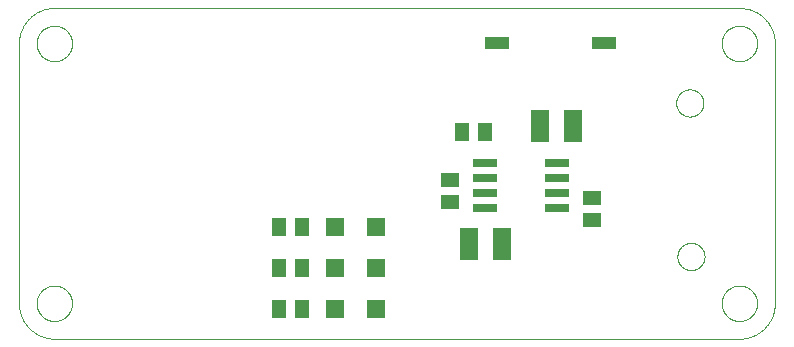
<source format=gtp>
G75*
%MOIN*%
%OFA0B0*%
%FSLAX25Y25*%
%IPPOS*%
%LPD*%
%AMOC8*
5,1,8,0,0,1.08239X$1,22.5*
%
%ADD10C,0.00000*%
%ADD11R,0.06299X0.10630*%
%ADD12R,0.05906X0.05118*%
%ADD13R,0.05906X0.05906*%
%ADD14R,0.05118X0.05906*%
%ADD15R,0.08000X0.02600*%
%ADD16R,0.07900X0.04300*%
D10*
X0065745Y0061101D02*
X0294091Y0061101D01*
X0294376Y0061104D01*
X0294662Y0061115D01*
X0294947Y0061132D01*
X0295231Y0061156D01*
X0295515Y0061187D01*
X0295798Y0061225D01*
X0296079Y0061270D01*
X0296360Y0061321D01*
X0296640Y0061379D01*
X0296918Y0061444D01*
X0297194Y0061516D01*
X0297468Y0061594D01*
X0297741Y0061679D01*
X0298011Y0061771D01*
X0298279Y0061869D01*
X0298545Y0061973D01*
X0298808Y0062084D01*
X0299068Y0062201D01*
X0299326Y0062324D01*
X0299580Y0062454D01*
X0299831Y0062590D01*
X0300079Y0062731D01*
X0300323Y0062879D01*
X0300564Y0063032D01*
X0300800Y0063192D01*
X0301033Y0063357D01*
X0301262Y0063527D01*
X0301487Y0063703D01*
X0301707Y0063885D01*
X0301923Y0064071D01*
X0302134Y0064263D01*
X0302341Y0064460D01*
X0302543Y0064662D01*
X0302740Y0064869D01*
X0302932Y0065080D01*
X0303118Y0065296D01*
X0303300Y0065516D01*
X0303476Y0065741D01*
X0303646Y0065970D01*
X0303811Y0066203D01*
X0303971Y0066439D01*
X0304124Y0066680D01*
X0304272Y0066924D01*
X0304413Y0067172D01*
X0304549Y0067423D01*
X0304679Y0067677D01*
X0304802Y0067935D01*
X0304919Y0068195D01*
X0305030Y0068458D01*
X0305134Y0068724D01*
X0305232Y0068992D01*
X0305324Y0069262D01*
X0305409Y0069535D01*
X0305487Y0069809D01*
X0305559Y0070085D01*
X0305624Y0070363D01*
X0305682Y0070643D01*
X0305733Y0070924D01*
X0305778Y0071205D01*
X0305816Y0071488D01*
X0305847Y0071772D01*
X0305871Y0072056D01*
X0305888Y0072341D01*
X0305899Y0072627D01*
X0305902Y0072912D01*
X0305902Y0159526D01*
X0305902Y0155589D02*
X0305902Y0076849D01*
X0288185Y0072912D02*
X0288187Y0073065D01*
X0288193Y0073219D01*
X0288203Y0073372D01*
X0288217Y0073524D01*
X0288235Y0073677D01*
X0288257Y0073828D01*
X0288282Y0073979D01*
X0288312Y0074130D01*
X0288346Y0074280D01*
X0288383Y0074428D01*
X0288424Y0074576D01*
X0288469Y0074722D01*
X0288518Y0074868D01*
X0288571Y0075012D01*
X0288627Y0075154D01*
X0288687Y0075295D01*
X0288751Y0075435D01*
X0288818Y0075573D01*
X0288889Y0075709D01*
X0288964Y0075843D01*
X0289041Y0075975D01*
X0289123Y0076105D01*
X0289207Y0076233D01*
X0289295Y0076359D01*
X0289386Y0076482D01*
X0289480Y0076603D01*
X0289578Y0076721D01*
X0289678Y0076837D01*
X0289782Y0076950D01*
X0289888Y0077061D01*
X0289997Y0077169D01*
X0290109Y0077274D01*
X0290223Y0077375D01*
X0290341Y0077474D01*
X0290460Y0077570D01*
X0290582Y0077663D01*
X0290707Y0077752D01*
X0290834Y0077839D01*
X0290963Y0077921D01*
X0291094Y0078001D01*
X0291227Y0078077D01*
X0291362Y0078150D01*
X0291499Y0078219D01*
X0291638Y0078284D01*
X0291778Y0078346D01*
X0291920Y0078404D01*
X0292063Y0078459D01*
X0292208Y0078510D01*
X0292354Y0078557D01*
X0292501Y0078600D01*
X0292649Y0078639D01*
X0292798Y0078675D01*
X0292948Y0078706D01*
X0293099Y0078734D01*
X0293250Y0078758D01*
X0293403Y0078778D01*
X0293555Y0078794D01*
X0293708Y0078806D01*
X0293861Y0078814D01*
X0294014Y0078818D01*
X0294168Y0078818D01*
X0294321Y0078814D01*
X0294474Y0078806D01*
X0294627Y0078794D01*
X0294779Y0078778D01*
X0294932Y0078758D01*
X0295083Y0078734D01*
X0295234Y0078706D01*
X0295384Y0078675D01*
X0295533Y0078639D01*
X0295681Y0078600D01*
X0295828Y0078557D01*
X0295974Y0078510D01*
X0296119Y0078459D01*
X0296262Y0078404D01*
X0296404Y0078346D01*
X0296544Y0078284D01*
X0296683Y0078219D01*
X0296820Y0078150D01*
X0296955Y0078077D01*
X0297088Y0078001D01*
X0297219Y0077921D01*
X0297348Y0077839D01*
X0297475Y0077752D01*
X0297600Y0077663D01*
X0297722Y0077570D01*
X0297841Y0077474D01*
X0297959Y0077375D01*
X0298073Y0077274D01*
X0298185Y0077169D01*
X0298294Y0077061D01*
X0298400Y0076950D01*
X0298504Y0076837D01*
X0298604Y0076721D01*
X0298702Y0076603D01*
X0298796Y0076482D01*
X0298887Y0076359D01*
X0298975Y0076233D01*
X0299059Y0076105D01*
X0299141Y0075975D01*
X0299218Y0075843D01*
X0299293Y0075709D01*
X0299364Y0075573D01*
X0299431Y0075435D01*
X0299495Y0075295D01*
X0299555Y0075154D01*
X0299611Y0075012D01*
X0299664Y0074868D01*
X0299713Y0074722D01*
X0299758Y0074576D01*
X0299799Y0074428D01*
X0299836Y0074280D01*
X0299870Y0074130D01*
X0299900Y0073979D01*
X0299925Y0073828D01*
X0299947Y0073677D01*
X0299965Y0073524D01*
X0299979Y0073372D01*
X0299989Y0073219D01*
X0299995Y0073065D01*
X0299997Y0072912D01*
X0299995Y0072759D01*
X0299989Y0072605D01*
X0299979Y0072452D01*
X0299965Y0072300D01*
X0299947Y0072147D01*
X0299925Y0071996D01*
X0299900Y0071845D01*
X0299870Y0071694D01*
X0299836Y0071544D01*
X0299799Y0071396D01*
X0299758Y0071248D01*
X0299713Y0071102D01*
X0299664Y0070956D01*
X0299611Y0070812D01*
X0299555Y0070670D01*
X0299495Y0070529D01*
X0299431Y0070389D01*
X0299364Y0070251D01*
X0299293Y0070115D01*
X0299218Y0069981D01*
X0299141Y0069849D01*
X0299059Y0069719D01*
X0298975Y0069591D01*
X0298887Y0069465D01*
X0298796Y0069342D01*
X0298702Y0069221D01*
X0298604Y0069103D01*
X0298504Y0068987D01*
X0298400Y0068874D01*
X0298294Y0068763D01*
X0298185Y0068655D01*
X0298073Y0068550D01*
X0297959Y0068449D01*
X0297841Y0068350D01*
X0297722Y0068254D01*
X0297600Y0068161D01*
X0297475Y0068072D01*
X0297348Y0067985D01*
X0297219Y0067903D01*
X0297088Y0067823D01*
X0296955Y0067747D01*
X0296820Y0067674D01*
X0296683Y0067605D01*
X0296544Y0067540D01*
X0296404Y0067478D01*
X0296262Y0067420D01*
X0296119Y0067365D01*
X0295974Y0067314D01*
X0295828Y0067267D01*
X0295681Y0067224D01*
X0295533Y0067185D01*
X0295384Y0067149D01*
X0295234Y0067118D01*
X0295083Y0067090D01*
X0294932Y0067066D01*
X0294779Y0067046D01*
X0294627Y0067030D01*
X0294474Y0067018D01*
X0294321Y0067010D01*
X0294168Y0067006D01*
X0294014Y0067006D01*
X0293861Y0067010D01*
X0293708Y0067018D01*
X0293555Y0067030D01*
X0293403Y0067046D01*
X0293250Y0067066D01*
X0293099Y0067090D01*
X0292948Y0067118D01*
X0292798Y0067149D01*
X0292649Y0067185D01*
X0292501Y0067224D01*
X0292354Y0067267D01*
X0292208Y0067314D01*
X0292063Y0067365D01*
X0291920Y0067420D01*
X0291778Y0067478D01*
X0291638Y0067540D01*
X0291499Y0067605D01*
X0291362Y0067674D01*
X0291227Y0067747D01*
X0291094Y0067823D01*
X0290963Y0067903D01*
X0290834Y0067985D01*
X0290707Y0068072D01*
X0290582Y0068161D01*
X0290460Y0068254D01*
X0290341Y0068350D01*
X0290223Y0068449D01*
X0290109Y0068550D01*
X0289997Y0068655D01*
X0289888Y0068763D01*
X0289782Y0068874D01*
X0289678Y0068987D01*
X0289578Y0069103D01*
X0289480Y0069221D01*
X0289386Y0069342D01*
X0289295Y0069465D01*
X0289207Y0069591D01*
X0289123Y0069719D01*
X0289041Y0069849D01*
X0288964Y0069981D01*
X0288889Y0070115D01*
X0288818Y0070251D01*
X0288751Y0070389D01*
X0288687Y0070529D01*
X0288627Y0070670D01*
X0288571Y0070812D01*
X0288518Y0070956D01*
X0288469Y0071102D01*
X0288424Y0071248D01*
X0288383Y0071396D01*
X0288346Y0071544D01*
X0288312Y0071694D01*
X0288282Y0071845D01*
X0288257Y0071996D01*
X0288235Y0072147D01*
X0288217Y0072300D01*
X0288203Y0072452D01*
X0288193Y0072605D01*
X0288187Y0072759D01*
X0288185Y0072912D01*
X0273421Y0088503D02*
X0273423Y0088637D01*
X0273429Y0088771D01*
X0273439Y0088905D01*
X0273453Y0089039D01*
X0273471Y0089172D01*
X0273492Y0089304D01*
X0273518Y0089436D01*
X0273548Y0089567D01*
X0273581Y0089697D01*
X0273618Y0089825D01*
X0273660Y0089953D01*
X0273704Y0090080D01*
X0273753Y0090205D01*
X0273805Y0090328D01*
X0273861Y0090450D01*
X0273921Y0090571D01*
X0273984Y0090689D01*
X0274050Y0090806D01*
X0274120Y0090920D01*
X0274193Y0091033D01*
X0274270Y0091143D01*
X0274350Y0091251D01*
X0274433Y0091356D01*
X0274519Y0091459D01*
X0274608Y0091559D01*
X0274700Y0091657D01*
X0274795Y0091752D01*
X0274893Y0091844D01*
X0274993Y0091933D01*
X0275096Y0092019D01*
X0275201Y0092102D01*
X0275309Y0092182D01*
X0275419Y0092259D01*
X0275532Y0092332D01*
X0275646Y0092402D01*
X0275763Y0092468D01*
X0275881Y0092531D01*
X0276002Y0092591D01*
X0276124Y0092647D01*
X0276247Y0092699D01*
X0276372Y0092748D01*
X0276499Y0092792D01*
X0276627Y0092834D01*
X0276755Y0092871D01*
X0276885Y0092904D01*
X0277016Y0092934D01*
X0277148Y0092960D01*
X0277280Y0092981D01*
X0277413Y0092999D01*
X0277547Y0093013D01*
X0277681Y0093023D01*
X0277815Y0093029D01*
X0277949Y0093031D01*
X0278083Y0093029D01*
X0278217Y0093023D01*
X0278351Y0093013D01*
X0278485Y0092999D01*
X0278618Y0092981D01*
X0278750Y0092960D01*
X0278882Y0092934D01*
X0279013Y0092904D01*
X0279143Y0092871D01*
X0279271Y0092834D01*
X0279399Y0092792D01*
X0279526Y0092748D01*
X0279651Y0092699D01*
X0279774Y0092647D01*
X0279896Y0092591D01*
X0280017Y0092531D01*
X0280135Y0092468D01*
X0280252Y0092402D01*
X0280366Y0092332D01*
X0280479Y0092259D01*
X0280589Y0092182D01*
X0280697Y0092102D01*
X0280802Y0092019D01*
X0280905Y0091933D01*
X0281005Y0091844D01*
X0281103Y0091752D01*
X0281198Y0091657D01*
X0281290Y0091559D01*
X0281379Y0091459D01*
X0281465Y0091356D01*
X0281548Y0091251D01*
X0281628Y0091143D01*
X0281705Y0091033D01*
X0281778Y0090920D01*
X0281848Y0090806D01*
X0281914Y0090689D01*
X0281977Y0090571D01*
X0282037Y0090450D01*
X0282093Y0090328D01*
X0282145Y0090205D01*
X0282194Y0090080D01*
X0282238Y0089953D01*
X0282280Y0089825D01*
X0282317Y0089697D01*
X0282350Y0089567D01*
X0282380Y0089436D01*
X0282406Y0089304D01*
X0282427Y0089172D01*
X0282445Y0089039D01*
X0282459Y0088905D01*
X0282469Y0088771D01*
X0282475Y0088637D01*
X0282477Y0088503D01*
X0282475Y0088369D01*
X0282469Y0088235D01*
X0282459Y0088101D01*
X0282445Y0087967D01*
X0282427Y0087834D01*
X0282406Y0087702D01*
X0282380Y0087570D01*
X0282350Y0087439D01*
X0282317Y0087309D01*
X0282280Y0087181D01*
X0282238Y0087053D01*
X0282194Y0086926D01*
X0282145Y0086801D01*
X0282093Y0086678D01*
X0282037Y0086556D01*
X0281977Y0086435D01*
X0281914Y0086317D01*
X0281848Y0086200D01*
X0281778Y0086086D01*
X0281705Y0085973D01*
X0281628Y0085863D01*
X0281548Y0085755D01*
X0281465Y0085650D01*
X0281379Y0085547D01*
X0281290Y0085447D01*
X0281198Y0085349D01*
X0281103Y0085254D01*
X0281005Y0085162D01*
X0280905Y0085073D01*
X0280802Y0084987D01*
X0280697Y0084904D01*
X0280589Y0084824D01*
X0280479Y0084747D01*
X0280366Y0084674D01*
X0280252Y0084604D01*
X0280135Y0084538D01*
X0280017Y0084475D01*
X0279896Y0084415D01*
X0279774Y0084359D01*
X0279651Y0084307D01*
X0279526Y0084258D01*
X0279399Y0084214D01*
X0279271Y0084172D01*
X0279143Y0084135D01*
X0279013Y0084102D01*
X0278882Y0084072D01*
X0278750Y0084046D01*
X0278618Y0084025D01*
X0278485Y0084007D01*
X0278351Y0083993D01*
X0278217Y0083983D01*
X0278083Y0083977D01*
X0277949Y0083975D01*
X0277815Y0083977D01*
X0277681Y0083983D01*
X0277547Y0083993D01*
X0277413Y0084007D01*
X0277280Y0084025D01*
X0277148Y0084046D01*
X0277016Y0084072D01*
X0276885Y0084102D01*
X0276755Y0084135D01*
X0276627Y0084172D01*
X0276499Y0084214D01*
X0276372Y0084258D01*
X0276247Y0084307D01*
X0276124Y0084359D01*
X0276002Y0084415D01*
X0275881Y0084475D01*
X0275763Y0084538D01*
X0275646Y0084604D01*
X0275532Y0084674D01*
X0275419Y0084747D01*
X0275309Y0084824D01*
X0275201Y0084904D01*
X0275096Y0084987D01*
X0274993Y0085073D01*
X0274893Y0085162D01*
X0274795Y0085254D01*
X0274700Y0085349D01*
X0274608Y0085447D01*
X0274519Y0085547D01*
X0274433Y0085650D01*
X0274350Y0085755D01*
X0274270Y0085863D01*
X0274193Y0085973D01*
X0274120Y0086086D01*
X0274050Y0086200D01*
X0273984Y0086317D01*
X0273921Y0086435D01*
X0273861Y0086556D01*
X0273805Y0086678D01*
X0273753Y0086801D01*
X0273704Y0086926D01*
X0273660Y0087053D01*
X0273618Y0087181D01*
X0273581Y0087309D01*
X0273548Y0087439D01*
X0273518Y0087570D01*
X0273492Y0087702D01*
X0273471Y0087834D01*
X0273453Y0087967D01*
X0273439Y0088101D01*
X0273429Y0088235D01*
X0273423Y0088369D01*
X0273421Y0088503D01*
X0273028Y0139684D02*
X0273030Y0139818D01*
X0273036Y0139952D01*
X0273046Y0140086D01*
X0273060Y0140220D01*
X0273078Y0140353D01*
X0273099Y0140485D01*
X0273125Y0140617D01*
X0273155Y0140748D01*
X0273188Y0140878D01*
X0273225Y0141006D01*
X0273267Y0141134D01*
X0273311Y0141261D01*
X0273360Y0141386D01*
X0273412Y0141509D01*
X0273468Y0141631D01*
X0273528Y0141752D01*
X0273591Y0141870D01*
X0273657Y0141987D01*
X0273727Y0142101D01*
X0273800Y0142214D01*
X0273877Y0142324D01*
X0273957Y0142432D01*
X0274040Y0142537D01*
X0274126Y0142640D01*
X0274215Y0142740D01*
X0274307Y0142838D01*
X0274402Y0142933D01*
X0274500Y0143025D01*
X0274600Y0143114D01*
X0274703Y0143200D01*
X0274808Y0143283D01*
X0274916Y0143363D01*
X0275026Y0143440D01*
X0275139Y0143513D01*
X0275253Y0143583D01*
X0275370Y0143649D01*
X0275488Y0143712D01*
X0275609Y0143772D01*
X0275731Y0143828D01*
X0275854Y0143880D01*
X0275979Y0143929D01*
X0276106Y0143973D01*
X0276234Y0144015D01*
X0276362Y0144052D01*
X0276492Y0144085D01*
X0276623Y0144115D01*
X0276755Y0144141D01*
X0276887Y0144162D01*
X0277020Y0144180D01*
X0277154Y0144194D01*
X0277288Y0144204D01*
X0277422Y0144210D01*
X0277556Y0144212D01*
X0277690Y0144210D01*
X0277824Y0144204D01*
X0277958Y0144194D01*
X0278092Y0144180D01*
X0278225Y0144162D01*
X0278357Y0144141D01*
X0278489Y0144115D01*
X0278620Y0144085D01*
X0278750Y0144052D01*
X0278878Y0144015D01*
X0279006Y0143973D01*
X0279133Y0143929D01*
X0279258Y0143880D01*
X0279381Y0143828D01*
X0279503Y0143772D01*
X0279624Y0143712D01*
X0279742Y0143649D01*
X0279859Y0143583D01*
X0279973Y0143513D01*
X0280086Y0143440D01*
X0280196Y0143363D01*
X0280304Y0143283D01*
X0280409Y0143200D01*
X0280512Y0143114D01*
X0280612Y0143025D01*
X0280710Y0142933D01*
X0280805Y0142838D01*
X0280897Y0142740D01*
X0280986Y0142640D01*
X0281072Y0142537D01*
X0281155Y0142432D01*
X0281235Y0142324D01*
X0281312Y0142214D01*
X0281385Y0142101D01*
X0281455Y0141987D01*
X0281521Y0141870D01*
X0281584Y0141752D01*
X0281644Y0141631D01*
X0281700Y0141509D01*
X0281752Y0141386D01*
X0281801Y0141261D01*
X0281845Y0141134D01*
X0281887Y0141006D01*
X0281924Y0140878D01*
X0281957Y0140748D01*
X0281987Y0140617D01*
X0282013Y0140485D01*
X0282034Y0140353D01*
X0282052Y0140220D01*
X0282066Y0140086D01*
X0282076Y0139952D01*
X0282082Y0139818D01*
X0282084Y0139684D01*
X0282082Y0139550D01*
X0282076Y0139416D01*
X0282066Y0139282D01*
X0282052Y0139148D01*
X0282034Y0139015D01*
X0282013Y0138883D01*
X0281987Y0138751D01*
X0281957Y0138620D01*
X0281924Y0138490D01*
X0281887Y0138362D01*
X0281845Y0138234D01*
X0281801Y0138107D01*
X0281752Y0137982D01*
X0281700Y0137859D01*
X0281644Y0137737D01*
X0281584Y0137616D01*
X0281521Y0137498D01*
X0281455Y0137381D01*
X0281385Y0137267D01*
X0281312Y0137154D01*
X0281235Y0137044D01*
X0281155Y0136936D01*
X0281072Y0136831D01*
X0280986Y0136728D01*
X0280897Y0136628D01*
X0280805Y0136530D01*
X0280710Y0136435D01*
X0280612Y0136343D01*
X0280512Y0136254D01*
X0280409Y0136168D01*
X0280304Y0136085D01*
X0280196Y0136005D01*
X0280086Y0135928D01*
X0279973Y0135855D01*
X0279859Y0135785D01*
X0279742Y0135719D01*
X0279624Y0135656D01*
X0279503Y0135596D01*
X0279381Y0135540D01*
X0279258Y0135488D01*
X0279133Y0135439D01*
X0279006Y0135395D01*
X0278878Y0135353D01*
X0278750Y0135316D01*
X0278620Y0135283D01*
X0278489Y0135253D01*
X0278357Y0135227D01*
X0278225Y0135206D01*
X0278092Y0135188D01*
X0277958Y0135174D01*
X0277824Y0135164D01*
X0277690Y0135158D01*
X0277556Y0135156D01*
X0277422Y0135158D01*
X0277288Y0135164D01*
X0277154Y0135174D01*
X0277020Y0135188D01*
X0276887Y0135206D01*
X0276755Y0135227D01*
X0276623Y0135253D01*
X0276492Y0135283D01*
X0276362Y0135316D01*
X0276234Y0135353D01*
X0276106Y0135395D01*
X0275979Y0135439D01*
X0275854Y0135488D01*
X0275731Y0135540D01*
X0275609Y0135596D01*
X0275488Y0135656D01*
X0275370Y0135719D01*
X0275253Y0135785D01*
X0275139Y0135855D01*
X0275026Y0135928D01*
X0274916Y0136005D01*
X0274808Y0136085D01*
X0274703Y0136168D01*
X0274600Y0136254D01*
X0274500Y0136343D01*
X0274402Y0136435D01*
X0274307Y0136530D01*
X0274215Y0136628D01*
X0274126Y0136728D01*
X0274040Y0136831D01*
X0273957Y0136936D01*
X0273877Y0137044D01*
X0273800Y0137154D01*
X0273727Y0137267D01*
X0273657Y0137381D01*
X0273591Y0137498D01*
X0273528Y0137616D01*
X0273468Y0137737D01*
X0273412Y0137859D01*
X0273360Y0137982D01*
X0273311Y0138107D01*
X0273267Y0138234D01*
X0273225Y0138362D01*
X0273188Y0138490D01*
X0273155Y0138620D01*
X0273125Y0138751D01*
X0273099Y0138883D01*
X0273078Y0139015D01*
X0273060Y0139148D01*
X0273046Y0139282D01*
X0273036Y0139416D01*
X0273030Y0139550D01*
X0273028Y0139684D01*
X0294091Y0171337D02*
X0294376Y0171334D01*
X0294662Y0171323D01*
X0294947Y0171306D01*
X0295231Y0171282D01*
X0295515Y0171251D01*
X0295798Y0171213D01*
X0296079Y0171168D01*
X0296360Y0171117D01*
X0296640Y0171059D01*
X0296918Y0170994D01*
X0297194Y0170922D01*
X0297468Y0170844D01*
X0297741Y0170759D01*
X0298011Y0170667D01*
X0298279Y0170569D01*
X0298545Y0170465D01*
X0298808Y0170354D01*
X0299068Y0170237D01*
X0299326Y0170114D01*
X0299580Y0169984D01*
X0299831Y0169848D01*
X0300079Y0169707D01*
X0300323Y0169559D01*
X0300564Y0169406D01*
X0300800Y0169246D01*
X0301033Y0169081D01*
X0301262Y0168911D01*
X0301487Y0168735D01*
X0301707Y0168553D01*
X0301923Y0168367D01*
X0302134Y0168175D01*
X0302341Y0167978D01*
X0302543Y0167776D01*
X0302740Y0167569D01*
X0302932Y0167358D01*
X0303118Y0167142D01*
X0303300Y0166922D01*
X0303476Y0166697D01*
X0303646Y0166468D01*
X0303811Y0166235D01*
X0303971Y0165999D01*
X0304124Y0165758D01*
X0304272Y0165514D01*
X0304413Y0165266D01*
X0304549Y0165015D01*
X0304679Y0164761D01*
X0304802Y0164503D01*
X0304919Y0164243D01*
X0305030Y0163980D01*
X0305134Y0163714D01*
X0305232Y0163446D01*
X0305324Y0163176D01*
X0305409Y0162903D01*
X0305487Y0162629D01*
X0305559Y0162353D01*
X0305624Y0162075D01*
X0305682Y0161795D01*
X0305733Y0161514D01*
X0305778Y0161233D01*
X0305816Y0160950D01*
X0305847Y0160666D01*
X0305871Y0160382D01*
X0305888Y0160097D01*
X0305899Y0159811D01*
X0305902Y0159526D01*
X0288185Y0159526D02*
X0288187Y0159679D01*
X0288193Y0159833D01*
X0288203Y0159986D01*
X0288217Y0160138D01*
X0288235Y0160291D01*
X0288257Y0160442D01*
X0288282Y0160593D01*
X0288312Y0160744D01*
X0288346Y0160894D01*
X0288383Y0161042D01*
X0288424Y0161190D01*
X0288469Y0161336D01*
X0288518Y0161482D01*
X0288571Y0161626D01*
X0288627Y0161768D01*
X0288687Y0161909D01*
X0288751Y0162049D01*
X0288818Y0162187D01*
X0288889Y0162323D01*
X0288964Y0162457D01*
X0289041Y0162589D01*
X0289123Y0162719D01*
X0289207Y0162847D01*
X0289295Y0162973D01*
X0289386Y0163096D01*
X0289480Y0163217D01*
X0289578Y0163335D01*
X0289678Y0163451D01*
X0289782Y0163564D01*
X0289888Y0163675D01*
X0289997Y0163783D01*
X0290109Y0163888D01*
X0290223Y0163989D01*
X0290341Y0164088D01*
X0290460Y0164184D01*
X0290582Y0164277D01*
X0290707Y0164366D01*
X0290834Y0164453D01*
X0290963Y0164535D01*
X0291094Y0164615D01*
X0291227Y0164691D01*
X0291362Y0164764D01*
X0291499Y0164833D01*
X0291638Y0164898D01*
X0291778Y0164960D01*
X0291920Y0165018D01*
X0292063Y0165073D01*
X0292208Y0165124D01*
X0292354Y0165171D01*
X0292501Y0165214D01*
X0292649Y0165253D01*
X0292798Y0165289D01*
X0292948Y0165320D01*
X0293099Y0165348D01*
X0293250Y0165372D01*
X0293403Y0165392D01*
X0293555Y0165408D01*
X0293708Y0165420D01*
X0293861Y0165428D01*
X0294014Y0165432D01*
X0294168Y0165432D01*
X0294321Y0165428D01*
X0294474Y0165420D01*
X0294627Y0165408D01*
X0294779Y0165392D01*
X0294932Y0165372D01*
X0295083Y0165348D01*
X0295234Y0165320D01*
X0295384Y0165289D01*
X0295533Y0165253D01*
X0295681Y0165214D01*
X0295828Y0165171D01*
X0295974Y0165124D01*
X0296119Y0165073D01*
X0296262Y0165018D01*
X0296404Y0164960D01*
X0296544Y0164898D01*
X0296683Y0164833D01*
X0296820Y0164764D01*
X0296955Y0164691D01*
X0297088Y0164615D01*
X0297219Y0164535D01*
X0297348Y0164453D01*
X0297475Y0164366D01*
X0297600Y0164277D01*
X0297722Y0164184D01*
X0297841Y0164088D01*
X0297959Y0163989D01*
X0298073Y0163888D01*
X0298185Y0163783D01*
X0298294Y0163675D01*
X0298400Y0163564D01*
X0298504Y0163451D01*
X0298604Y0163335D01*
X0298702Y0163217D01*
X0298796Y0163096D01*
X0298887Y0162973D01*
X0298975Y0162847D01*
X0299059Y0162719D01*
X0299141Y0162589D01*
X0299218Y0162457D01*
X0299293Y0162323D01*
X0299364Y0162187D01*
X0299431Y0162049D01*
X0299495Y0161909D01*
X0299555Y0161768D01*
X0299611Y0161626D01*
X0299664Y0161482D01*
X0299713Y0161336D01*
X0299758Y0161190D01*
X0299799Y0161042D01*
X0299836Y0160894D01*
X0299870Y0160744D01*
X0299900Y0160593D01*
X0299925Y0160442D01*
X0299947Y0160291D01*
X0299965Y0160138D01*
X0299979Y0159986D01*
X0299989Y0159833D01*
X0299995Y0159679D01*
X0299997Y0159526D01*
X0299995Y0159373D01*
X0299989Y0159219D01*
X0299979Y0159066D01*
X0299965Y0158914D01*
X0299947Y0158761D01*
X0299925Y0158610D01*
X0299900Y0158459D01*
X0299870Y0158308D01*
X0299836Y0158158D01*
X0299799Y0158010D01*
X0299758Y0157862D01*
X0299713Y0157716D01*
X0299664Y0157570D01*
X0299611Y0157426D01*
X0299555Y0157284D01*
X0299495Y0157143D01*
X0299431Y0157003D01*
X0299364Y0156865D01*
X0299293Y0156729D01*
X0299218Y0156595D01*
X0299141Y0156463D01*
X0299059Y0156333D01*
X0298975Y0156205D01*
X0298887Y0156079D01*
X0298796Y0155956D01*
X0298702Y0155835D01*
X0298604Y0155717D01*
X0298504Y0155601D01*
X0298400Y0155488D01*
X0298294Y0155377D01*
X0298185Y0155269D01*
X0298073Y0155164D01*
X0297959Y0155063D01*
X0297841Y0154964D01*
X0297722Y0154868D01*
X0297600Y0154775D01*
X0297475Y0154686D01*
X0297348Y0154599D01*
X0297219Y0154517D01*
X0297088Y0154437D01*
X0296955Y0154361D01*
X0296820Y0154288D01*
X0296683Y0154219D01*
X0296544Y0154154D01*
X0296404Y0154092D01*
X0296262Y0154034D01*
X0296119Y0153979D01*
X0295974Y0153928D01*
X0295828Y0153881D01*
X0295681Y0153838D01*
X0295533Y0153799D01*
X0295384Y0153763D01*
X0295234Y0153732D01*
X0295083Y0153704D01*
X0294932Y0153680D01*
X0294779Y0153660D01*
X0294627Y0153644D01*
X0294474Y0153632D01*
X0294321Y0153624D01*
X0294168Y0153620D01*
X0294014Y0153620D01*
X0293861Y0153624D01*
X0293708Y0153632D01*
X0293555Y0153644D01*
X0293403Y0153660D01*
X0293250Y0153680D01*
X0293099Y0153704D01*
X0292948Y0153732D01*
X0292798Y0153763D01*
X0292649Y0153799D01*
X0292501Y0153838D01*
X0292354Y0153881D01*
X0292208Y0153928D01*
X0292063Y0153979D01*
X0291920Y0154034D01*
X0291778Y0154092D01*
X0291638Y0154154D01*
X0291499Y0154219D01*
X0291362Y0154288D01*
X0291227Y0154361D01*
X0291094Y0154437D01*
X0290963Y0154517D01*
X0290834Y0154599D01*
X0290707Y0154686D01*
X0290582Y0154775D01*
X0290460Y0154868D01*
X0290341Y0154964D01*
X0290223Y0155063D01*
X0290109Y0155164D01*
X0289997Y0155269D01*
X0289888Y0155377D01*
X0289782Y0155488D01*
X0289678Y0155601D01*
X0289578Y0155717D01*
X0289480Y0155835D01*
X0289386Y0155956D01*
X0289295Y0156079D01*
X0289207Y0156205D01*
X0289123Y0156333D01*
X0289041Y0156463D01*
X0288964Y0156595D01*
X0288889Y0156729D01*
X0288818Y0156865D01*
X0288751Y0157003D01*
X0288687Y0157143D01*
X0288627Y0157284D01*
X0288571Y0157426D01*
X0288518Y0157570D01*
X0288469Y0157716D01*
X0288424Y0157862D01*
X0288383Y0158010D01*
X0288346Y0158158D01*
X0288312Y0158308D01*
X0288282Y0158459D01*
X0288257Y0158610D01*
X0288235Y0158761D01*
X0288217Y0158914D01*
X0288203Y0159066D01*
X0288193Y0159219D01*
X0288187Y0159373D01*
X0288185Y0159526D01*
X0294091Y0171337D02*
X0065745Y0171337D01*
X0065460Y0171334D01*
X0065174Y0171323D01*
X0064889Y0171306D01*
X0064605Y0171282D01*
X0064321Y0171251D01*
X0064038Y0171213D01*
X0063757Y0171168D01*
X0063476Y0171117D01*
X0063196Y0171059D01*
X0062918Y0170994D01*
X0062642Y0170922D01*
X0062368Y0170844D01*
X0062095Y0170759D01*
X0061825Y0170667D01*
X0061557Y0170569D01*
X0061291Y0170465D01*
X0061028Y0170354D01*
X0060768Y0170237D01*
X0060510Y0170114D01*
X0060256Y0169984D01*
X0060005Y0169848D01*
X0059757Y0169707D01*
X0059513Y0169559D01*
X0059272Y0169406D01*
X0059036Y0169246D01*
X0058803Y0169081D01*
X0058574Y0168911D01*
X0058349Y0168735D01*
X0058129Y0168553D01*
X0057913Y0168367D01*
X0057702Y0168175D01*
X0057495Y0167978D01*
X0057293Y0167776D01*
X0057096Y0167569D01*
X0056904Y0167358D01*
X0056718Y0167142D01*
X0056536Y0166922D01*
X0056360Y0166697D01*
X0056190Y0166468D01*
X0056025Y0166235D01*
X0055865Y0165999D01*
X0055712Y0165758D01*
X0055564Y0165514D01*
X0055423Y0165266D01*
X0055287Y0165015D01*
X0055157Y0164761D01*
X0055034Y0164503D01*
X0054917Y0164243D01*
X0054806Y0163980D01*
X0054702Y0163714D01*
X0054604Y0163446D01*
X0054512Y0163176D01*
X0054427Y0162903D01*
X0054349Y0162629D01*
X0054277Y0162353D01*
X0054212Y0162075D01*
X0054154Y0161795D01*
X0054103Y0161514D01*
X0054058Y0161233D01*
X0054020Y0160950D01*
X0053989Y0160666D01*
X0053965Y0160382D01*
X0053948Y0160097D01*
X0053937Y0159811D01*
X0053934Y0159526D01*
X0053934Y0072912D01*
X0053937Y0072627D01*
X0053948Y0072341D01*
X0053965Y0072056D01*
X0053989Y0071772D01*
X0054020Y0071488D01*
X0054058Y0071205D01*
X0054103Y0070924D01*
X0054154Y0070643D01*
X0054212Y0070363D01*
X0054277Y0070085D01*
X0054349Y0069809D01*
X0054427Y0069535D01*
X0054512Y0069262D01*
X0054604Y0068992D01*
X0054702Y0068724D01*
X0054806Y0068458D01*
X0054917Y0068195D01*
X0055034Y0067935D01*
X0055157Y0067677D01*
X0055287Y0067423D01*
X0055423Y0067172D01*
X0055564Y0066924D01*
X0055712Y0066680D01*
X0055865Y0066439D01*
X0056025Y0066203D01*
X0056190Y0065970D01*
X0056360Y0065741D01*
X0056536Y0065516D01*
X0056718Y0065296D01*
X0056904Y0065080D01*
X0057096Y0064869D01*
X0057293Y0064662D01*
X0057495Y0064460D01*
X0057702Y0064263D01*
X0057913Y0064071D01*
X0058129Y0063885D01*
X0058349Y0063703D01*
X0058574Y0063527D01*
X0058803Y0063357D01*
X0059036Y0063192D01*
X0059272Y0063032D01*
X0059513Y0062879D01*
X0059757Y0062731D01*
X0060005Y0062590D01*
X0060256Y0062454D01*
X0060510Y0062324D01*
X0060768Y0062201D01*
X0061028Y0062084D01*
X0061291Y0061973D01*
X0061557Y0061869D01*
X0061825Y0061771D01*
X0062095Y0061679D01*
X0062368Y0061594D01*
X0062642Y0061516D01*
X0062918Y0061444D01*
X0063196Y0061379D01*
X0063476Y0061321D01*
X0063757Y0061270D01*
X0064038Y0061225D01*
X0064321Y0061187D01*
X0064605Y0061156D01*
X0064889Y0061132D01*
X0065174Y0061115D01*
X0065460Y0061104D01*
X0065745Y0061101D01*
X0059839Y0072912D02*
X0059841Y0073065D01*
X0059847Y0073219D01*
X0059857Y0073372D01*
X0059871Y0073524D01*
X0059889Y0073677D01*
X0059911Y0073828D01*
X0059936Y0073979D01*
X0059966Y0074130D01*
X0060000Y0074280D01*
X0060037Y0074428D01*
X0060078Y0074576D01*
X0060123Y0074722D01*
X0060172Y0074868D01*
X0060225Y0075012D01*
X0060281Y0075154D01*
X0060341Y0075295D01*
X0060405Y0075435D01*
X0060472Y0075573D01*
X0060543Y0075709D01*
X0060618Y0075843D01*
X0060695Y0075975D01*
X0060777Y0076105D01*
X0060861Y0076233D01*
X0060949Y0076359D01*
X0061040Y0076482D01*
X0061134Y0076603D01*
X0061232Y0076721D01*
X0061332Y0076837D01*
X0061436Y0076950D01*
X0061542Y0077061D01*
X0061651Y0077169D01*
X0061763Y0077274D01*
X0061877Y0077375D01*
X0061995Y0077474D01*
X0062114Y0077570D01*
X0062236Y0077663D01*
X0062361Y0077752D01*
X0062488Y0077839D01*
X0062617Y0077921D01*
X0062748Y0078001D01*
X0062881Y0078077D01*
X0063016Y0078150D01*
X0063153Y0078219D01*
X0063292Y0078284D01*
X0063432Y0078346D01*
X0063574Y0078404D01*
X0063717Y0078459D01*
X0063862Y0078510D01*
X0064008Y0078557D01*
X0064155Y0078600D01*
X0064303Y0078639D01*
X0064452Y0078675D01*
X0064602Y0078706D01*
X0064753Y0078734D01*
X0064904Y0078758D01*
X0065057Y0078778D01*
X0065209Y0078794D01*
X0065362Y0078806D01*
X0065515Y0078814D01*
X0065668Y0078818D01*
X0065822Y0078818D01*
X0065975Y0078814D01*
X0066128Y0078806D01*
X0066281Y0078794D01*
X0066433Y0078778D01*
X0066586Y0078758D01*
X0066737Y0078734D01*
X0066888Y0078706D01*
X0067038Y0078675D01*
X0067187Y0078639D01*
X0067335Y0078600D01*
X0067482Y0078557D01*
X0067628Y0078510D01*
X0067773Y0078459D01*
X0067916Y0078404D01*
X0068058Y0078346D01*
X0068198Y0078284D01*
X0068337Y0078219D01*
X0068474Y0078150D01*
X0068609Y0078077D01*
X0068742Y0078001D01*
X0068873Y0077921D01*
X0069002Y0077839D01*
X0069129Y0077752D01*
X0069254Y0077663D01*
X0069376Y0077570D01*
X0069495Y0077474D01*
X0069613Y0077375D01*
X0069727Y0077274D01*
X0069839Y0077169D01*
X0069948Y0077061D01*
X0070054Y0076950D01*
X0070158Y0076837D01*
X0070258Y0076721D01*
X0070356Y0076603D01*
X0070450Y0076482D01*
X0070541Y0076359D01*
X0070629Y0076233D01*
X0070713Y0076105D01*
X0070795Y0075975D01*
X0070872Y0075843D01*
X0070947Y0075709D01*
X0071018Y0075573D01*
X0071085Y0075435D01*
X0071149Y0075295D01*
X0071209Y0075154D01*
X0071265Y0075012D01*
X0071318Y0074868D01*
X0071367Y0074722D01*
X0071412Y0074576D01*
X0071453Y0074428D01*
X0071490Y0074280D01*
X0071524Y0074130D01*
X0071554Y0073979D01*
X0071579Y0073828D01*
X0071601Y0073677D01*
X0071619Y0073524D01*
X0071633Y0073372D01*
X0071643Y0073219D01*
X0071649Y0073065D01*
X0071651Y0072912D01*
X0071649Y0072759D01*
X0071643Y0072605D01*
X0071633Y0072452D01*
X0071619Y0072300D01*
X0071601Y0072147D01*
X0071579Y0071996D01*
X0071554Y0071845D01*
X0071524Y0071694D01*
X0071490Y0071544D01*
X0071453Y0071396D01*
X0071412Y0071248D01*
X0071367Y0071102D01*
X0071318Y0070956D01*
X0071265Y0070812D01*
X0071209Y0070670D01*
X0071149Y0070529D01*
X0071085Y0070389D01*
X0071018Y0070251D01*
X0070947Y0070115D01*
X0070872Y0069981D01*
X0070795Y0069849D01*
X0070713Y0069719D01*
X0070629Y0069591D01*
X0070541Y0069465D01*
X0070450Y0069342D01*
X0070356Y0069221D01*
X0070258Y0069103D01*
X0070158Y0068987D01*
X0070054Y0068874D01*
X0069948Y0068763D01*
X0069839Y0068655D01*
X0069727Y0068550D01*
X0069613Y0068449D01*
X0069495Y0068350D01*
X0069376Y0068254D01*
X0069254Y0068161D01*
X0069129Y0068072D01*
X0069002Y0067985D01*
X0068873Y0067903D01*
X0068742Y0067823D01*
X0068609Y0067747D01*
X0068474Y0067674D01*
X0068337Y0067605D01*
X0068198Y0067540D01*
X0068058Y0067478D01*
X0067916Y0067420D01*
X0067773Y0067365D01*
X0067628Y0067314D01*
X0067482Y0067267D01*
X0067335Y0067224D01*
X0067187Y0067185D01*
X0067038Y0067149D01*
X0066888Y0067118D01*
X0066737Y0067090D01*
X0066586Y0067066D01*
X0066433Y0067046D01*
X0066281Y0067030D01*
X0066128Y0067018D01*
X0065975Y0067010D01*
X0065822Y0067006D01*
X0065668Y0067006D01*
X0065515Y0067010D01*
X0065362Y0067018D01*
X0065209Y0067030D01*
X0065057Y0067046D01*
X0064904Y0067066D01*
X0064753Y0067090D01*
X0064602Y0067118D01*
X0064452Y0067149D01*
X0064303Y0067185D01*
X0064155Y0067224D01*
X0064008Y0067267D01*
X0063862Y0067314D01*
X0063717Y0067365D01*
X0063574Y0067420D01*
X0063432Y0067478D01*
X0063292Y0067540D01*
X0063153Y0067605D01*
X0063016Y0067674D01*
X0062881Y0067747D01*
X0062748Y0067823D01*
X0062617Y0067903D01*
X0062488Y0067985D01*
X0062361Y0068072D01*
X0062236Y0068161D01*
X0062114Y0068254D01*
X0061995Y0068350D01*
X0061877Y0068449D01*
X0061763Y0068550D01*
X0061651Y0068655D01*
X0061542Y0068763D01*
X0061436Y0068874D01*
X0061332Y0068987D01*
X0061232Y0069103D01*
X0061134Y0069221D01*
X0061040Y0069342D01*
X0060949Y0069465D01*
X0060861Y0069591D01*
X0060777Y0069719D01*
X0060695Y0069849D01*
X0060618Y0069981D01*
X0060543Y0070115D01*
X0060472Y0070251D01*
X0060405Y0070389D01*
X0060341Y0070529D01*
X0060281Y0070670D01*
X0060225Y0070812D01*
X0060172Y0070956D01*
X0060123Y0071102D01*
X0060078Y0071248D01*
X0060037Y0071396D01*
X0060000Y0071544D01*
X0059966Y0071694D01*
X0059936Y0071845D01*
X0059911Y0071996D01*
X0059889Y0072147D01*
X0059871Y0072300D01*
X0059857Y0072452D01*
X0059847Y0072605D01*
X0059841Y0072759D01*
X0059839Y0072912D01*
X0059839Y0159526D02*
X0059841Y0159679D01*
X0059847Y0159833D01*
X0059857Y0159986D01*
X0059871Y0160138D01*
X0059889Y0160291D01*
X0059911Y0160442D01*
X0059936Y0160593D01*
X0059966Y0160744D01*
X0060000Y0160894D01*
X0060037Y0161042D01*
X0060078Y0161190D01*
X0060123Y0161336D01*
X0060172Y0161482D01*
X0060225Y0161626D01*
X0060281Y0161768D01*
X0060341Y0161909D01*
X0060405Y0162049D01*
X0060472Y0162187D01*
X0060543Y0162323D01*
X0060618Y0162457D01*
X0060695Y0162589D01*
X0060777Y0162719D01*
X0060861Y0162847D01*
X0060949Y0162973D01*
X0061040Y0163096D01*
X0061134Y0163217D01*
X0061232Y0163335D01*
X0061332Y0163451D01*
X0061436Y0163564D01*
X0061542Y0163675D01*
X0061651Y0163783D01*
X0061763Y0163888D01*
X0061877Y0163989D01*
X0061995Y0164088D01*
X0062114Y0164184D01*
X0062236Y0164277D01*
X0062361Y0164366D01*
X0062488Y0164453D01*
X0062617Y0164535D01*
X0062748Y0164615D01*
X0062881Y0164691D01*
X0063016Y0164764D01*
X0063153Y0164833D01*
X0063292Y0164898D01*
X0063432Y0164960D01*
X0063574Y0165018D01*
X0063717Y0165073D01*
X0063862Y0165124D01*
X0064008Y0165171D01*
X0064155Y0165214D01*
X0064303Y0165253D01*
X0064452Y0165289D01*
X0064602Y0165320D01*
X0064753Y0165348D01*
X0064904Y0165372D01*
X0065057Y0165392D01*
X0065209Y0165408D01*
X0065362Y0165420D01*
X0065515Y0165428D01*
X0065668Y0165432D01*
X0065822Y0165432D01*
X0065975Y0165428D01*
X0066128Y0165420D01*
X0066281Y0165408D01*
X0066433Y0165392D01*
X0066586Y0165372D01*
X0066737Y0165348D01*
X0066888Y0165320D01*
X0067038Y0165289D01*
X0067187Y0165253D01*
X0067335Y0165214D01*
X0067482Y0165171D01*
X0067628Y0165124D01*
X0067773Y0165073D01*
X0067916Y0165018D01*
X0068058Y0164960D01*
X0068198Y0164898D01*
X0068337Y0164833D01*
X0068474Y0164764D01*
X0068609Y0164691D01*
X0068742Y0164615D01*
X0068873Y0164535D01*
X0069002Y0164453D01*
X0069129Y0164366D01*
X0069254Y0164277D01*
X0069376Y0164184D01*
X0069495Y0164088D01*
X0069613Y0163989D01*
X0069727Y0163888D01*
X0069839Y0163783D01*
X0069948Y0163675D01*
X0070054Y0163564D01*
X0070158Y0163451D01*
X0070258Y0163335D01*
X0070356Y0163217D01*
X0070450Y0163096D01*
X0070541Y0162973D01*
X0070629Y0162847D01*
X0070713Y0162719D01*
X0070795Y0162589D01*
X0070872Y0162457D01*
X0070947Y0162323D01*
X0071018Y0162187D01*
X0071085Y0162049D01*
X0071149Y0161909D01*
X0071209Y0161768D01*
X0071265Y0161626D01*
X0071318Y0161482D01*
X0071367Y0161336D01*
X0071412Y0161190D01*
X0071453Y0161042D01*
X0071490Y0160894D01*
X0071524Y0160744D01*
X0071554Y0160593D01*
X0071579Y0160442D01*
X0071601Y0160291D01*
X0071619Y0160138D01*
X0071633Y0159986D01*
X0071643Y0159833D01*
X0071649Y0159679D01*
X0071651Y0159526D01*
X0071649Y0159373D01*
X0071643Y0159219D01*
X0071633Y0159066D01*
X0071619Y0158914D01*
X0071601Y0158761D01*
X0071579Y0158610D01*
X0071554Y0158459D01*
X0071524Y0158308D01*
X0071490Y0158158D01*
X0071453Y0158010D01*
X0071412Y0157862D01*
X0071367Y0157716D01*
X0071318Y0157570D01*
X0071265Y0157426D01*
X0071209Y0157284D01*
X0071149Y0157143D01*
X0071085Y0157003D01*
X0071018Y0156865D01*
X0070947Y0156729D01*
X0070872Y0156595D01*
X0070795Y0156463D01*
X0070713Y0156333D01*
X0070629Y0156205D01*
X0070541Y0156079D01*
X0070450Y0155956D01*
X0070356Y0155835D01*
X0070258Y0155717D01*
X0070158Y0155601D01*
X0070054Y0155488D01*
X0069948Y0155377D01*
X0069839Y0155269D01*
X0069727Y0155164D01*
X0069613Y0155063D01*
X0069495Y0154964D01*
X0069376Y0154868D01*
X0069254Y0154775D01*
X0069129Y0154686D01*
X0069002Y0154599D01*
X0068873Y0154517D01*
X0068742Y0154437D01*
X0068609Y0154361D01*
X0068474Y0154288D01*
X0068337Y0154219D01*
X0068198Y0154154D01*
X0068058Y0154092D01*
X0067916Y0154034D01*
X0067773Y0153979D01*
X0067628Y0153928D01*
X0067482Y0153881D01*
X0067335Y0153838D01*
X0067187Y0153799D01*
X0067038Y0153763D01*
X0066888Y0153732D01*
X0066737Y0153704D01*
X0066586Y0153680D01*
X0066433Y0153660D01*
X0066281Y0153644D01*
X0066128Y0153632D01*
X0065975Y0153624D01*
X0065822Y0153620D01*
X0065668Y0153620D01*
X0065515Y0153624D01*
X0065362Y0153632D01*
X0065209Y0153644D01*
X0065057Y0153660D01*
X0064904Y0153680D01*
X0064753Y0153704D01*
X0064602Y0153732D01*
X0064452Y0153763D01*
X0064303Y0153799D01*
X0064155Y0153838D01*
X0064008Y0153881D01*
X0063862Y0153928D01*
X0063717Y0153979D01*
X0063574Y0154034D01*
X0063432Y0154092D01*
X0063292Y0154154D01*
X0063153Y0154219D01*
X0063016Y0154288D01*
X0062881Y0154361D01*
X0062748Y0154437D01*
X0062617Y0154517D01*
X0062488Y0154599D01*
X0062361Y0154686D01*
X0062236Y0154775D01*
X0062114Y0154868D01*
X0061995Y0154964D01*
X0061877Y0155063D01*
X0061763Y0155164D01*
X0061651Y0155269D01*
X0061542Y0155377D01*
X0061436Y0155488D01*
X0061332Y0155601D01*
X0061232Y0155717D01*
X0061134Y0155835D01*
X0061040Y0155956D01*
X0060949Y0156079D01*
X0060861Y0156205D01*
X0060777Y0156333D01*
X0060695Y0156463D01*
X0060618Y0156595D01*
X0060543Y0156729D01*
X0060472Y0156865D01*
X0060405Y0157003D01*
X0060341Y0157143D01*
X0060281Y0157284D01*
X0060225Y0157426D01*
X0060172Y0157570D01*
X0060123Y0157716D01*
X0060078Y0157862D01*
X0060037Y0158010D01*
X0060000Y0158158D01*
X0059966Y0158308D01*
X0059936Y0158459D01*
X0059911Y0158610D01*
X0059889Y0158761D01*
X0059871Y0158914D01*
X0059857Y0159066D01*
X0059847Y0159219D01*
X0059841Y0159373D01*
X0059839Y0159526D01*
D11*
X0203934Y0092597D03*
X0214957Y0092597D03*
X0227556Y0131967D03*
X0238579Y0131967D03*
D12*
X0244879Y0108148D03*
X0244879Y0100668D03*
X0197635Y0106574D03*
X0197635Y0114054D03*
D13*
X0173028Y0098503D03*
X0159249Y0098503D03*
X0159249Y0084723D03*
X0173028Y0084723D03*
X0173028Y0070944D03*
X0159249Y0070944D03*
D14*
X0148225Y0070944D03*
X0140745Y0070944D03*
X0140745Y0084723D03*
X0148225Y0084723D03*
X0148225Y0098503D03*
X0140745Y0098503D03*
X0201768Y0129999D03*
X0209249Y0129999D03*
D15*
X0209157Y0119782D03*
X0209157Y0114782D03*
X0209157Y0109782D03*
X0209157Y0104782D03*
X0233357Y0104782D03*
X0233357Y0109782D03*
X0233357Y0114782D03*
X0233357Y0119782D03*
D16*
X0248799Y0159526D03*
X0213399Y0159526D03*
M02*

</source>
